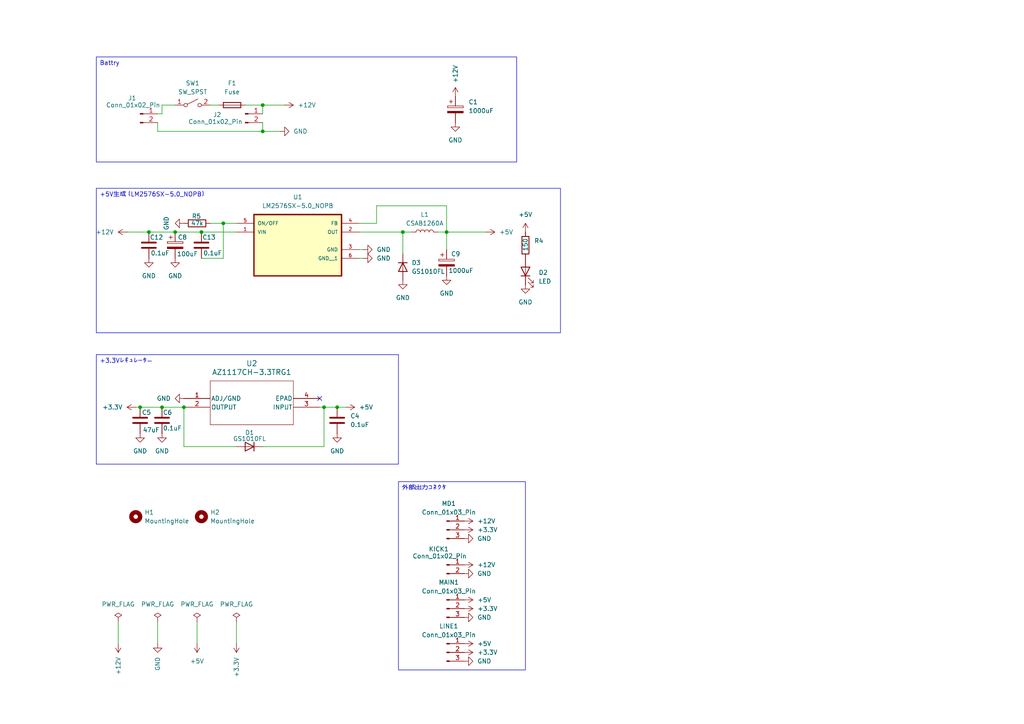
<source format=kicad_sch>
(kicad_sch (version 20250114) (generator "eeschema") (generator_version "9.0")
  (paper "A4")
  (lib_symbols
    (symbol "Connector:Conn_01x02_Pin" (pin_names (offset 1.016) (hide yes))
      (property "Reference" "J" (at 0 2.54 0))
      (property "Value" "Conn_01x02_Pin" (at 0 -5.08 0))
      (symbol "Conn_01x02_Pin_1_1"
        (rectangle (start 0.8636 0.127) (end 0 -0.127) (stroke (width 0.1524)) (fill (type outline)))
        (rectangle (start 0.8636 -2.413) (end 0 -2.667) (stroke (width 0.1524)) (fill (type outline)))
        (polyline (pts (xy 1.27 0) (xy 0.8636 0)) (stroke (width 0.1524)))
        (polyline (pts (xy 1.27 -2.54) (xy 0.8636 -2.54)) (stroke (width 0.1524)))
        (pin passive line (at 5.08 0 180) (length 3.81) (name "Pin_1") (number "1"))
        (pin passive line (at 5.08 -2.54 180) (length 3.81) (name "Pin_2") (number "2"))
      )
    )
    (symbol "Connector:Conn_01x03_Pin" (pin_names (offset 1.016) (hide yes))
      (property "Reference" "J" (at 0 5.08 0))
      (property "Value" "Conn_01x03_Pin" (at 0 -5.08 0))
      (symbol "Conn_01x03_Pin_1_1"
        (rectangle (start 0.8636 2.667) (end 0 2.413) (stroke (width 0.1524)) (fill (type outline)))
        (rectangle (start 0.8636 0.127) (end 0 -0.127) (stroke (width 0.1524)) (fill (type outline)))
        (rectangle (start 0.8636 -2.413) (end 0 -2.667) (stroke (width 0.1524)) (fill (type outline)))
        (polyline (pts (xy 1.27 2.54) (xy 0.8636 2.54)) (stroke (width 0.1524)))
        (polyline (pts (xy 1.27 0) (xy 0.8636 0)) (stroke (width 0.1524)))
        (polyline (pts (xy 1.27 -2.54) (xy 0.8636 -2.54)) (stroke (width 0.1524)))
        (pin passive line (at 5.08 2.54 180) (length 3.81) (name "Pin_1") (number "1"))
        (pin passive line (at 5.08 0 180) (length 3.81) (name "Pin_2") (number "2"))
        (pin passive line (at 5.08 -2.54 180) (length 3.81) (name "Pin_3") (number "3"))
      )
    )
    (symbol "Device:C" (pin_numbers (hide yes)) (pin_names (offset 0.254))
      (property "Reference" "C" (at 0.635 2.54 0))
      (property "Value" "C" (at 0.635 -2.54 0))
      (symbol "C_0_1"
        (polyline (pts (xy -2.032 0.762) (xy 2.032 0.762)) (stroke (width 0.508)))
        (polyline (pts (xy -2.032 -0.762) (xy 2.032 -0.762)) (stroke (width 0.508)))
      )
      (symbol "C_1_1"
        (pin passive line (at 0 3.81 270) (length 2.794) (name "~") (number "1"))
        (pin passive line (at 0 -3.81 90) (length 2.794) (name "~") (number "2"))
      )
    )
    (symbol "Device:C_Polarized" (pin_numbers (hide yes)) (pin_names (offset 0.254))
      (property "Reference" "C" (at 0.635 2.54 0))
      (property "Value" "C_Polarized" (at 0.635 -2.54 0))
      (symbol "C_Polarized_0_1"
        (rectangle (start -2.286 0.508) (end 2.286 1.016))
        (polyline (pts (xy -1.778 2.286) (xy -0.762 2.286)))
        (polyline (pts (xy -1.27 2.794) (xy -1.27 1.778)))
        (rectangle (start 2.286 -0.508) (end -2.286 -1.016) (fill (type outline)))
      )
      (symbol "C_Polarized_1_1"
        (pin passive line (at 0 3.81 270) (length 2.794) (name "~") (number "1"))
        (pin passive line (at 0 -3.81 90) (length 2.794) (name "~") (number "2"))
      )
    )
    (symbol "Device:D" (pin_numbers (hide yes)) (pin_names (offset 1.016) (hide yes))
      (property "Reference" "D" (at 0 2.54 0))
      (property "Value" "D" (at 0 -2.54 0))
      (symbol "D_0_1"
        (polyline (pts (xy -1.27 1.27) (xy -1.27 -1.27)) (stroke (width 0.254)))
        (polyline (pts (xy 1.27 1.27) (xy 1.27 -1.27) (xy -1.27 0) (xy 1.27 1.27)) (stroke (width 0.254)))
        (polyline (pts (xy 1.27 0) (xy -1.27 0)))
      )
      (symbol "D_1_1"
        (pin passive line (at -3.81 0 0) (length 2.54) (name "K") (number "1"))
        (pin passive line (at 3.81 0 180) (length 2.54) (name "A") (number "2"))
      )
    )
    (symbol "Device:Fuse" (pin_numbers (hide yes)) (pin_names (offset 0))
      (property "Reference" "F" (at 2.032 0 90))
      (property "Value" "Fuse" (at -1.905 0 90))
      (symbol "Fuse_0_1"
        (rectangle (start -0.762 -2.54) (end 0.762 2.54) (stroke (width 0.254)))
        (polyline (pts (xy 0 2.54) (xy 0 -2.54)))
      )
      (symbol "Fuse_1_1"
        (pin passive line (at 0 3.81 270) (length 1.27) (name "~") (number "1"))
        (pin passive line (at 0 -3.81 90) (length 1.27) (name "~") (number "2"))
      )
    )
    (symbol "Device:L" (pin_numbers (hide yes)) (pin_names (offset 1.016) (hide yes))
      (property "Reference" "L" (at -1.27 0 90))
      (property "Value" "L" (at 1.905 0 90))
      (symbol "L_0_1"
        (arc (start 0 2.54) (mid 0.6323 1.905) (end 0 1.27))
        (arc (start 0 1.27) (mid 0.6323 0.635) (end 0 0))
        (arc (start 0 0) (mid 0.6323 -0.635) (end 0 -1.27))
        (arc (start 0 -1.27) (mid 0.6323 -1.905) (end 0 -2.54))
      )
      (symbol "L_1_1"
        (pin passive line (at 0 3.81 270) (length 1.27) (name "1") (number "1"))
        (pin passive line (at 0 -3.81 90) (length 1.27) (name "2") (number "2"))
      )
    )
    (symbol "Device:LED" (pin_numbers (hide yes)) (pin_names (offset 1.016) (hide yes))
      (property "Reference" "D" (at 0 2.54 0))
      (property "Value" "LED" (at 0 -2.54 0))
      (symbol "LED_0_1"
        (polyline (pts (xy -3.048 -0.762) (xy -4.572 -2.286) (xy -3.81 -2.286) (xy -4.572 -2.286) (xy -4.572 -1.524)))
        (polyline (pts (xy -1.778 -0.762) (xy -3.302 -2.286) (xy -2.54 -2.286) (xy -3.302 -2.286) (xy -3.302 -1.524)))
        (polyline (pts (xy -1.27 0) (xy 1.27 0)))
        (polyline (pts (xy -1.27 -1.27) (xy -1.27 1.27)) (stroke (width 0.254)))
        (polyline (pts (xy 1.27 -1.27) (xy 1.27 1.27) (xy -1.27 0) (xy 1.27 -1.27)) (stroke (width 0.254)))
      )
      (symbol "LED_1_1"
        (pin passive line (at -3.81 0 0) (length 2.54) (name "K") (number "1"))
        (pin passive line (at 3.81 0 180) (length 2.54) (name "A") (number "2"))
      )
    )
    (symbol "Device:R" (pin_numbers (hide yes)) (pin_names (offset 0))
      (property "Reference" "R" (at 2.032 0 90))
      (property "Value" "R" (at 0 0 90))
      (symbol "R_0_1"
        (rectangle (start -1.016 -2.54) (end 1.016 2.54) (stroke (width 0.254)))
      )
      (symbol "R_1_1"
        (pin passive line (at 0 3.81 270) (length 1.27) (name "~") (number "1"))
        (pin passive line (at 0 -3.81 90) (length 1.27) (name "~") (number "2"))
      )
    )
    (symbol "Mechanical:MountingHole" (pin_names (offset 1.016)) (exclude_from_sim yes) (in_bom no)
      (property "Reference" "H" (at 0 5.08 0))
      (property "Value" "MountingHole" (at 0 3.175 0))
      (symbol "MountingHole_0_1"
        (circle (center 0 0) (radius 1.27) (stroke (width 1.27)))
      )
    )
    (symbol "Regulator:AZ1117CH-3.3TRG1" (pin_names (offset 0.254))
      (property "Reference" "U" (at 19.812 9.398 0))
      (property "Value" "AZ1117CH-3.3TRG1" (at 19.812 6.858 0))
      (symbol "AZ1117CH-3.3TRG1_0_1"
        (polyline (pts (xy 7.62 5.08) (xy 7.62 -7.62)) (stroke (width 0.127)))
        (polyline (pts (xy 7.62 -7.62) (xy 31.75 -7.62)) (stroke (width 0.127)))
        (polyline (pts (xy 31.75 5.08) (xy 7.62 5.08)) (stroke (width 0.127)))
        (polyline (pts (xy 31.75 -7.62) (xy 31.75 5.08)) (stroke (width 0.127)))
        (pin bidirectional line (at 0 0 0) (length 7.62) (name "ADJ/GND") (number "1"))
        (pin output line (at 0 -2.54 0) (length 7.62) (name "OUTPUT") (number "2"))
        (pin unspecified line (at 39.37 0 180) (length 7.62) (name "EPAD") (number "4"))
        (pin input line (at 39.37 -2.54 180) (length 7.62) (name "INPUT") (number "3"))
      )
    )
    (symbol "Regulator:LM2576SX-5.0_NOPB" (pin_names (offset 1.016))
      (property "Reference" "U" (at -12.7 8.62 0))
      (property "Value" "LM2576SX-5.0_NOPB" (at -12.7 -14.16 0))
      (symbol "LM2576SX-5.0_NOPB_0_0"
        (rectangle (start -12.7 -10.16) (end 12.7 7.62) (stroke (width 0.41)) (fill (type background)))
        (pin input line (at -17.78 5.08 0) (length 5.08) (name "ON/OFF") (number "5"))
        (pin input line (at -17.78 2.54 0) (length 5.08) (name "VIN") (number "1"))
        (pin output line (at 17.78 5.08 180) (length 5.08) (name "FB") (number "4"))
        (pin output line (at 17.78 2.54 180) (length 5.08) (name "OUT") (number "2"))
        (pin power_in line (at 17.78 -2.54 180) (length 5.08) (name "GND") (number "3"))
        (pin power_in line (at 17.78 -5.08 180) (length 5.08) (name "GND__1") (number "6"))
      )
    )
    (symbol "Switch:SW_SPST" (pin_names (offset 0) (hide yes))
      (property "Reference" "SW" (at 0 3.175 0))
      (property "Value" "SW_SPST" (at 0 -2.54 0))
      (symbol "SW_SPST_0_0"
        (circle (center -2.032 0) (radius 0.508))
        (polyline (pts (xy -1.524 0.254) (xy 1.524 1.778)))
        (circle (center 2.032 0) (radius 0.508))
      )
      (symbol "SW_SPST_1_1"
        (pin passive line (at -5.08 0 0) (length 2.54) (name "A") (number "1"))
        (pin passive line (at 5.08 0 180) (length 2.54) (name "B") (number "2"))
      )
    )
    (symbol "power:+12V" (power) (pin_numbers (hide yes)) (pin_names (offset 0) (hide yes))
      (property "Value" "+12V" (at 0 3.556 0))
      (symbol "+12V_0_1"
        (polyline (pts (xy -0.762 1.27) (xy 0 2.54)))
        (polyline (pts (xy 0 2.54) (xy 0.762 1.27)))
        (polyline (pts (xy 0 0) (xy 0 2.54)))
      )
      (symbol "+12V_1_1"
        (pin power_in line (at 0 0 90) (length 0) (name "~") (number "1"))
      )
    )
    (symbol "power:+3.3V" (power) (pin_numbers (hide yes)) (pin_names (offset 0) (hide yes))
      (property "Value" "+3.3V" (at 0 3.556 0))
      (symbol "+3.3V_0_1"
        (polyline (pts (xy -0.762 1.27) (xy 0 2.54)))
        (polyline (pts (xy 0 2.54) (xy 0.762 1.27)))
        (polyline (pts (xy 0 0) (xy 0 2.54)))
      )
      (symbol "+3.3V_1_1"
        (pin power_in line (at 0 0 90) (length 0) (name "~") (number "1"))
      )
    )
    (symbol "power:+5V" (power) (pin_numbers (hide yes)) (pin_names (offset 0) (hide yes))
      (property "Value" "+5V" (at 0 3.556 0))
      (symbol "+5V_0_1"
        (polyline (pts (xy -0.762 1.27) (xy 0 2.54)))
        (polyline (pts (xy 0 2.54) (xy 0.762 1.27)))
        (polyline (pts (xy 0 0) (xy 0 2.54)))
      )
      (symbol "+5V_1_1"
        (pin power_in line (at 0 0 90) (length 0) (name "~") (number "1"))
      )
    )
    (symbol "power:GND" (power) (pin_numbers (hide yes)) (pin_names (offset 0) (hide yes))
      (property "Value" "GND" (at 0 -3.81 0))
      (symbol "GND_0_1"
        (polyline (pts (xy 0 0) (xy 0 -1.27) (xy 1.27 -1.27) (xy 0 -2.54) (xy -1.27 -1.27) (xy 0 -1.27)))
      )
      (symbol "GND_1_1"
        (pin power_in line (at 0 0 270) (length 0) (name "~") (number "1"))
      )
    )
    (symbol "power:PWR_FLAG" (power) (pin_numbers (hide yes)) (pin_names (offset 0) (hide yes))
      (property "Value" "PWR_FLAG" (at 0 3.81 0))
      (symbol "PWR_FLAG_0_0"
        (pin power_out line (at 0 0 90) (length 0) (name "~") (number "1"))
      )
      (symbol "PWR_FLAG_0_1"
        (polyline (pts (xy 0 0) (xy 0 1.27) (xy -1.016 1.905) (xy 0 2.54) (xy 1.016 1.905) (xy 0 1.27)))
      )
    )
  )
  (text_box "外部出力コネクタ" (at 115.57 139.7 0) (size 36.83 54.61) (margins 0.9525 0.9525 0.9525 0.9525) (effects (font (size 1.27 1.27)) (justify left top)))
  (text_box "+5V生成（LM2576SX-5.0_NOPB）" (at 27.94 54.61 0) (size 134.62 41.91) (margins 0.9525 0.9525 0.9525 0.9525) (effects (font (size 1.27 1.27)) (justify left top)))
  (text_box "Battry" (at 27.94 16.51 0) (size 121.92 30.48) (margins 0.9525 0.9525 0.9525 0.9525) (effects (font (size 1.27 1.27)) (justify left top)))
  (text_box "+3.3Vレギュレータ―" (at 27.94 102.87 0) (size 87.63 31.75) (margins 0.9525 0.9525 0.9525 0.9525) (effects (font (size 1.27 1.27)) (justify left top)))
  (junction (at 53.34 118.11))
  (junction (at 43.18 67.31))
  (junction (at 50.8 67.31))
  (junction (at 97.79 118.11))
  (junction (at 93.98 118.11))
  (junction (at 76.2 38.1))
  (junction (at 40.64 118.11))
  (junction (at 46.99 118.11))
  (junction (at 116.84 67.31))
  (junction (at 58.42 67.31))
  (junction (at 76.2 30.48))
  (junction (at 64.77 64.77))
  (junction (at 129.54 67.31))
  (no_connect (at 92.71 115.57))
  (wire (pts (xy 76.2 30.48) (xy 76.2 33.02)))
  (wire (pts (xy 93.98 129.54) (xy 93.98 118.11)))
  (wire (pts (xy 46.99 30.48) (xy 50.8 30.48)))
  (wire (pts (xy 60.96 64.77) (xy 64.77 64.77)) (stroke (width 0.1524)))
  (wire (pts (xy 116.84 73.66) (xy 116.84 67.31)) (stroke (width 0.1524)))
  (wire (pts (xy 76.2 38.1) (xy 81.28 38.1)))
  (wire (pts (xy 34.29 180.34) (xy 34.29 186.69)))
  (wire (pts (xy 45.72 38.1) (xy 76.2 38.1)))
  (wire (pts (xy 53.34 129.54) (xy 68.58 129.54)))
  (wire (pts (xy 129.54 67.31) (xy 140.97 67.31)) (stroke (width 0.1524)))
  (wire (pts (xy 53.34 118.11) (xy 53.34 129.54)))
  (wire (pts (xy 45.72 35.56) (xy 45.72 38.1)))
  (wire (pts (xy 58.42 74.93) (xy 64.77 74.93)))
  (wire (pts (xy 127 67.31) (xy 129.54 67.31)) (stroke (width 0.1524)))
  (wire (pts (xy 64.77 64.77) (xy 64.77 74.93)))
  (wire (pts (xy 64.77 64.77) (xy 68.58 64.77)) (stroke (width 0.1524)))
  (wire (pts (xy 129.54 67.31) (xy 129.54 72.39)) (stroke (width 0.1524)))
  (wire (pts (xy 92.71 118.11) (xy 93.98 118.11)))
  (wire (pts (xy 71.12 30.48) (xy 76.2 30.48)))
  (wire (pts (xy 39.37 118.11) (xy 40.64 118.11)))
  (wire (pts (xy 109.22 59.69) (xy 129.54 59.69)) (stroke (width 0.1524)))
  (wire (pts (xy 109.22 64.77) (xy 109.22 59.69)) (stroke (width 0.1524)))
  (wire (pts (xy 104.14 74.93) (xy 105.41 74.93)))
  (wire (pts (xy 46.99 33.02) (xy 45.72 33.02)))
  (wire (pts (xy 57.15 180.34) (xy 57.15 186.69)))
  (wire (pts (xy 50.8 67.31) (xy 58.42 67.31)) (stroke (width 0.1524)))
  (wire (pts (xy 60.96 30.48) (xy 63.5 30.48)))
  (wire (pts (xy 104.14 64.77) (xy 109.22 64.77)) (stroke (width 0.1524)))
  (wire (pts (xy 46.99 118.11) (xy 53.34 118.11)))
  (wire (pts (xy 36.83 67.31) (xy 43.18 67.31)) (stroke (width 0.1524)))
  (wire (pts (xy 58.42 67.31) (xy 68.58 67.31)) (stroke (width 0.1524)))
  (wire (pts (xy 104.14 67.31) (xy 116.84 67.31)) (stroke (width 0.1524)))
  (wire (pts (xy 97.79 118.11) (xy 100.33 118.11)))
  (wire (pts (xy 46.99 33.02) (xy 46.99 30.48)))
  (wire (pts (xy 76.2 30.48) (xy 82.55 30.48)))
  (wire (pts (xy 43.18 67.31) (xy 50.8 67.31)) (stroke (width 0.1524)))
  (wire (pts (xy 93.98 118.11) (xy 97.79 118.11)))
  (wire (pts (xy 116.84 67.31) (xy 119.38 67.31)) (stroke (width 0.1524)))
  (wire (pts (xy 68.58 180.34) (xy 68.58 186.69)))
  (wire (pts (xy 129.54 59.69) (xy 129.54 67.31)) (stroke (width 0.1524)))
  (wire (pts (xy 45.72 180.34) (xy 45.72 186.69)))
  (wire (pts (xy 105.41 72.39) (xy 104.14 72.39)) (stroke (width 0.1524)))
  (wire (pts (xy 76.2 129.54) (xy 93.98 129.54)))
  (wire (pts (xy 40.64 118.11) (xy 46.99 118.11)))
  (wire (pts (xy 76.2 35.56) (xy 76.2 38.1)))
  (symbol (lib_id "Connector:Conn_01x02_Pin") (at 40.64 33.02 0) (unit 1)
    (property "Reference" "J1" (at 38.354 28.448 0))
    (property "Value" "Conn_01x02_Pin" (at 38.608 30.48 0))
    (property "Footprint" "Connector_AMASS:AMASS_XT30U-F_1x02_P5.0mm_Vertical" (effects (hide yes)))
    (property "Description" "Generic connector, single row, 01x02, script generated" (effects (hide yes)))
  )
  (symbol (lib_id "Device:LED") (at 152.4 78.74 90) (unit 1)
    (property "Reference" "D2" (at 156.21 79.0574 90) (effects (justify right)))
    (property "Value" "LED" (at 156.21 81.5974 90) (effects (justify right)))
    (property "Footprint" "LED_SMD:LED_0603_1608Metric" (effects (hide yes)))
    (property "Description" "Light emitting diode" (effects (hide yes)))
    (property "Sim.Pins" "1=K 2=A" (effects (hide yes)))
  )
  (symbol (lib_id "Connector:Conn_01x03_Pin") (at 129.54 153.67 0) (unit 1)
    (property "Reference" "MD1" (at 130.175 146.05 0))
    (property "Value" "Conn_01x03_Pin" (at 130.175 148.59 0))
    (property "Footprint" "Connector_JST:JST_XH_S3B-XH-A_1x03_P2.50mm_Horizontal" (effects (hide yes)))
    (property "Description" "Generic connector, single row, 01x03, script generated" (effects (hide yes)))
  )
  (symbol (lib_id "Mechanical:MountingHole") (at 58.42 149.86 0) (unit 1) (exclude_from_sim yes) (in_bom no)
    (property "Reference" "H2" (at 60.96 148.5899 0) (effects (justify left)))
    (property "Value" "MountingHole" (at 60.96 151.1299 0) (effects (justify left)))
    (property "Footprint" "MountingHole:MountingHole_3.2mm_M3" (effects (hide yes)))
    (property "Description" "Mounting Hole without connection" (effects (hide yes)))
  )
  (symbol (lib_id "power:GND") (at 43.18 74.93 0) (unit 1)
    (property "Reference" "#PWR039" (effects (hide yes)))
    (property "Value" "GND" (at 43.18 80.01 0))
    (property "Description" "Power symbol creates a global label with name \"GND\" , ground" (effects (hide yes)))
  )
  (symbol (lib_id "power:+5V") (at 100.33 118.11 270) (unit 1)
    (property "Reference" "#PWR07" (effects (hide yes)))
    (property "Value" "+5V" (at 104.14 118.1099 90) (effects (justify left)))
    (property "Description" "Power symbol creates a global label with name \"+5V\"" (effects (hide yes)))
  )
  (symbol (lib_id "power:GND") (at 134.62 191.77 90) (unit 1)
    (property "Reference" "#PWR036" (effects (hide yes)))
    (property "Value" "GND" (at 138.43 191.7699 90) (effects (justify right)))
    (property "Description" "Power symbol creates a global label with name \"GND\" , ground" (effects (hide yes)))
  )
  (symbol (lib_id "power:GND") (at 53.34 64.77 270) (unit 1)
    (property "Reference" "#PWR042" (effects (hide yes)))
    (property "Value" "GND" (at 48.26 64.77 0))
    (property "Description" "Power symbol creates a global label with name \"GND\" , ground" (effects (hide yes)))
  )
  (symbol (lib_id "power:+5V") (at 140.97 67.31 270) (unit 1)
    (property "Reference" "#PWR040" (effects (hide yes)))
    (property "Value" "+5V" (at 144.78 67.3099 90) (effects (justify left)))
    (property "Description" "Power symbol creates a global label with name \"+5V\"" (effects (hide yes)))
  )
  (symbol (lib_id "power:+5V") (at 152.4 67.31 0) (unit 1)
    (property "Reference" "#PWR034" (effects (hide yes)))
    (property "Value" "+5V" (at 152.4 62.23 0))
    (property "Description" "Power symbol creates a global label with name \"+5V\"" (effects (hide yes)))
  )
  (symbol (lib_id "Device:C_Polarized") (at 129.54 76.2 0) (unit 1)
    (property "Reference" "C9" (at 130.81 73.66 0) (effects (justify left)))
    (property "Value" "1000uF" (at 130.048 78.486 0) (effects (justify left)))
    (property "Footprint" "Capacitor DOWNROAD:CAP_J-V_10X10P5_RUB" (effects (hide yes)))
    (property "Description" "Polarized capacitor" (effects (hide yes)))
  )
  (symbol (lib_id "power:+12V") (at 34.29 186.69 180) (unit 1)
    (property "Reference" "#PWR03" (effects (hide yes)))
    (property "Value" "+12V" (at 34.2901 190.5 90) (effects (justify left)))
    (property "Description" "Power symbol creates a global label with name \"+12V\"" (effects (hide yes)))
  )
  (symbol (lib_id "power:+3.3V") (at 68.58 186.69 180) (unit 1)
    (property "Reference" "#PWR031" (effects (hide yes)))
    (property "Value" "+3.3V" (at 68.58 193.548 90))
    (property "Description" "Power symbol creates a global label with name \"+3.3V\"" (effects (hide yes)))
  )
  (symbol (lib_id "power:PWR_FLAG") (at 68.58 180.34 0) (unit 1)
    (property "Reference" "#FLG04" (effects (hide yes)))
    (property "Value" "PWR_FLAG" (at 68.58 175.26 0))
    (property "Description" "Special symbol for telling ERC where power comes from" (effects (hide yes)))
  )
  (symbol (lib_id "power:+3.3V") (at 134.62 176.53 270) (unit 1)
    (property "Reference" "#PWR049" (effects (hide yes)))
    (property "Value" "+3.3V" (at 138.43 176.5299 90) (effects (justify left)))
    (property "Description" "Power symbol creates a global label with name \"+3.3V\"" (effects (hide yes)))
  )
  (symbol (lib_id "power:+12V") (at 36.83 67.31 90) (unit 1)
    (property "Reference" "#PWR019" (effects (hide yes)))
    (property "Value" "+12V" (at 33.02 67.3099 90) (effects (justify left)))
    (property "Description" "Power symbol creates a global label with name \"+12V\"" (effects (hide yes)))
  )
  (symbol (lib_id "power:+12V") (at 132.08 27.94 0) (unit 1)
    (property "Reference" "#PWR05" (effects (hide yes)))
    (property "Value" "+12V" (at 132.0799 24.13 90) (effects (justify left)))
    (property "Description" "Power symbol creates a global label with name \"+12V\"" (effects (hide yes)))
  )
  (symbol (lib_id "power:GND") (at 132.08 35.56 0) (unit 1)
    (property "Reference" "#PWR06" (effects (hide yes)))
    (property "Value" "GND" (at 132.08 40.64 0))
    (property "Description" "Power symbol creates a global label with name \"GND\" , ground" (effects (hide yes)))
  )
  (symbol (lib_id "power:GND") (at 116.84 81.28 0) (unit 1)
    (property "Reference" "#PWR046" (effects (hide yes)))
    (property "Value" "GND" (at 116.84 86.36 0))
    (property "Description" "Power symbol creates a global label with name \"GND\" , ground" (effects (hide yes)))
  )
  (symbol (lib_id "Device:C") (at 43.18 71.12 0) (unit 1)
    (property "Reference" "C12" (at 43.434 68.834 0) (effects (justify left)))
    (property "Value" "0.1uF" (at 43.688 73.406 0) (effects (justify left)))
    (property "Footprint" "Capacitor_SMD:C_0603_1608Metric" (effects (hide yes)))
    (property "Description" "Unpolarized capacitor" (effects (hide yes)))
  )
  (symbol (lib_id "Device:R") (at 152.4 71.12 0) (unit 1)
    (property "Reference" "R4" (at 154.94 69.8499 0) (effects (justify left)))
    (property "Value" "150" (at 152.4 72.898 90) (effects (justify left)))
    (property "Footprint" "Resistor_SMD:R_0603_1608Metric" (effects (hide yes)))
    (property "Description" "Resistor" (effects (hide yes)))
  )
  (symbol (lib_id "power:+5V") (at 134.62 173.99 270) (unit 1)
    (property "Reference" "#PWR048" (effects (hide yes)))
    (property "Value" "+5V" (at 138.43 173.9899 90) (effects (justify left)))
    (property "Description" "Power symbol creates a global label with name \"+5V\"" (effects (hide yes)))
  )
  (symbol (lib_id "Device:C") (at 97.79 121.92 0) (unit 1)
    (property "Reference" "C4" (at 101.6 120.6499 0) (effects (justify left)))
    (property "Value" "0.1uF" (at 101.6 123.1899 0) (effects (justify left)))
    (property "Footprint" "Capacitor_SMD:C_0603_1608Metric" (effects (hide yes)))
    (property "Description" "Unpolarized capacitor" (effects (hide yes)))
  )
  (symbol (lib_id "power:+3.3V") (at 39.37 118.11 90) (unit 1)
    (property "Reference" "#PWR030" (effects (hide yes)))
    (property "Value" "+3.3V" (at 35.56 118.1099 90) (effects (justify left)))
    (property "Description" "Power symbol creates a global label with name \"+3.3V\"" (effects (hide yes)))
  )
  (symbol (lib_id "power:GND") (at 134.62 166.37 90) (unit 1)
    (property "Reference" "#PWR023" (effects (hide yes)))
    (property "Value" "GND" (at 138.43 166.3699 90) (effects (justify right)))
    (property "Description" "Power symbol creates a global label with name \"GND\" , ground" (effects (hide yes)))
  )
  (symbol (lib_id "Mechanical:MountingHole") (at 39.37 149.86 0) (unit 1) (exclude_from_sim yes) (in_bom no)
    (property "Reference" "H1" (at 41.91 148.5899 0) (effects (justify left)))
    (property "Value" "MountingHole" (at 41.91 151.1299 0) (effects (justify left)))
    (property "Footprint" "MountingHole:MountingHole_3.2mm_M3" (effects (hide yes)))
    (property "Description" "Mounting Hole without connection" (effects (hide yes)))
  )
  (symbol (lib_id "power:GND") (at 45.72 186.69 0) (unit 1)
    (property "Reference" "#PWR04" (effects (hide yes)))
    (property "Value" "GND" (at 45.7201 190.5 90) (effects (justify right)))
    (property "Description" "Power symbol creates a global label with name \"GND\" , ground" (effects (hide yes)))
  )
  (symbol (lib_id "power:GND") (at 97.79 125.73 0) (unit 1)
    (property "Reference" "#PWR029" (effects (hide yes)))
    (property "Value" "GND" (at 97.79 130.81 0))
    (property "Description" "Power symbol creates a global label with name \"GND\" , ground" (effects (hide yes)))
  )
  (symbol (lib_id "power:GND") (at 81.28 38.1 90) (unit 1)
    (property "Reference" "#PWR02" (effects (hide yes)))
    (property "Value" "GND" (at 85.09 38.0999 90) (effects (justify right)))
    (property "Description" "Power symbol creates a global label with name \"GND\" , ground" (effects (hide yes)))
  )
  (symbol (lib_id "Device:C_Polarized") (at 50.8 71.12 0) (unit 1)
    (property "Reference" "C8" (at 51.562 68.834 0) (effects (justify left)))
    (property "Value" "100uF" (at 51.308 73.66 0) (effects (justify left)))
    (property "Footprint" "Capacitor_THT:CP_Radial_D6.3mm_P2.50mm" (effects (hide yes)))
    (property "Description" "Polarized capacitor" (effects (hide yes)))
  )
  (symbol (lib_id "power:+12V") (at 134.62 151.13 270) (unit 1)
    (property "Reference" "#PWR021" (effects (hide yes)))
    (property "Value" "+12V" (at 138.43 151.1299 90) (effects (justify left)))
    (property "Description" "Power symbol creates a global label with name \"+12V\"" (effects (hide yes)))
  )
  (symbol (lib_id "Device:C_Polarized") (at 132.08 31.75 0) (unit 1)
    (property "Reference" "C1" (at 135.89 29.5909 0) (effects (justify left)))
    (property "Value" "1000uF" (at 135.89 32.1309 0) (effects (justify left)))
    (property "Footprint" "Capacitor DOWNROAD:CAP_J-V_10X10P5_RUB" (effects (hide yes)))
    (property "Description" "Polarized capacitor" (effects (hide yes)))
  )
  (symbol (lib_id "Connector:Conn_01x02_Pin") (at 129.54 163.83 0) (unit 1)
    (property "Reference" "KICK1" (at 127.254 159.258 0))
    (property "Value" "Conn_01x02_Pin" (at 127.508 161.29 0))
    (property "Footprint" "Connector_JST:JST_XH_S2B-XH-A_1x02_P2.50mm_Horizontal" (effects (hide yes)))
    (property "Description" "Generic connector, single row, 01x02, script generated" (effects (hide yes)))
  )
  (symbol (lib_id "Regulator:AZ1117CH-3.3TRG1") (at 53.34 115.57 0) (unit 1)
    (property "Reference" "U2" (at 73.025 105.41 0) (effects (font (size 1.524 1.524))))
    (property "Value" "AZ1117CH-3.3TRG1" (at 73.025 107.95 0) (effects (font (size 1.524 1.524))))
    (property "Footprint" "Package_TO_SOT_SMD:SOT-223" (effects (hide yes)))
    (property "Datasheet" "AZ1117CH-3.3TRG1" (effects (hide yes)))
  )
  (symbol (lib_id "power:GND") (at 134.62 179.07 90) (unit 1)
    (property "Reference" "#PWR050" (effects (hide yes)))
    (property "Value" "GND" (at 138.43 179.0699 90) (effects (justify right)))
    (property "Description" "Power symbol creates a global label with name \"GND\" , ground" (effects (hide yes)))
  )
  (symbol (lib_id "power:+5V") (at 134.62 186.69 270) (unit 1)
    (property "Reference" "#PWR037" (effects (hide yes)))
    (property "Value" "+5V" (at 138.43 186.6899 90) (effects (justify left)))
    (property "Description" "Power symbol creates a global label with name \"+5V\"" (effects (hide yes)))
  )
  (symbol (lib_id "Device:L") (at 123.19 67.31 90) (unit 1)
    (property "Reference" "L1" (at 123.19 62.23 90))
    (property "Value" "CSAB1260A" (at 123.19 64.77 90))
    (property "Footprint" "Inductor_SMD:L_Changjiang_FXL1360" (effects (hide yes)))
    (property "Description" "Inductor" (effects (hide yes)))
  )
  (symbol (lib_id "Device:C") (at 40.64 121.92 0) (unit 1)
    (property "Reference" "C5" (at 41.148 119.634 0) (effects (justify left)))
    (property "Value" "47uF" (at 41.402 124.714 0) (effects (justify left)))
    (property "Footprint" "Capacitor_SMD:C_0805_2012Metric" (effects (hide yes)))
    (property "Description" "Unpolarized capacitor" (effects (hide yes)))
  )
  (symbol (lib_id "power:PWR_FLAG") (at 57.15 180.34 0) (unit 1)
    (property "Reference" "#FLG03" (effects (hide yes)))
    (property "Value" "PWR_FLAG" (at 57.15 175.26 0))
    (property "Description" "Special symbol for telling ERC where power comes from" (effects (hide yes)))
  )
  (symbol (lib_id "power:PWR_FLAG") (at 34.29 180.34 0) (unit 1)
    (property "Reference" "#FLG01" (effects (hide yes)))
    (property "Value" "PWR_FLAG" (at 34.29 175.26 0))
    (property "Description" "Special symbol for telling ERC where power comes from" (effects (hide yes)))
  )
  (symbol (lib_id "power:PWR_FLAG") (at 45.72 180.34 0) (unit 1)
    (property "Reference" "#FLG02" (effects (hide yes)))
    (property "Value" "PWR_FLAG" (at 45.72 175.26 0))
    (property "Description" "Special symbol for telling ERC where power comes from" (effects (hide yes)))
  )
  (symbol (lib_id "power:+5V") (at 57.15 186.69 180) (unit 1)
    (property "Reference" "#PWR016" (effects (hide yes)))
    (property "Value" "+5V" (at 57.15 191.77 0))
    (property "Description" "Power symbol creates a global label with name \"+5V\"" (effects (hide yes)))
  )
  (symbol (lib_id "Regulator:LM2576SX-5.0_NOPB") (at 86.36 69.85 0) (unit 1)
    (property "Reference" "U1" (at 86.36 57.15 0))
    (property "Value" "LM2576SX-5.0_NOPB" (at 86.36 59.69 0))
    (property "Footprint" "Regulator:LM2576SX-5.0_NOPB" (effects (hide yes)))
  )
  (symbol (lib_id "Device:R") (at 57.15 64.77 270) (unit 1)
    (property "Reference" "R5" (at 55.626 62.738 90) (effects (justify left)))
    (property "Value" "47k" (at 55.372 64.77 90) (effects (justify left)))
    (property "Footprint" "Resistor_SMD:R_0603_1608Metric" (effects (hide yes)))
    (property "Description" "Resistor" (effects (hide yes)))
  )
  (symbol (lib_id "power:GND") (at 152.4 82.55 0) (unit 1)
    (property "Reference" "#PWR035" (effects (hide yes)))
    (property "Value" "GND" (at 152.4 87.63 0))
    (property "Description" "Power symbol creates a global label with name \"GND\" , ground" (effects (hide yes)))
  )
  (symbol (lib_id "Device:D") (at 116.84 77.47 270) (unit 1)
    (property "Reference" "D3" (at 119.38 76.1999 90) (effects (justify left)))
    (property "Value" "GS1010FL" (at 119.38 78.7399 90) (effects (justify left)))
    (property "Footprint" "Diode_SMD:Nexperia_CFP3_SOD-123W" (effects (hide yes)))
    (property "Description" "Diode" (effects (hide yes)))
    (property "Sim.Device" "D" (effects (hide yes)))
    (property "Sim.Pins" "1=K 2=A" (effects (hide yes)))
  )
  (symbol (lib_id "power:+3.3V") (at 134.62 189.23 270) (unit 1)
    (property "Reference" "#PWR047" (effects (hide yes)))
    (property "Value" "+3.3V" (at 138.43 189.2299 90) (effects (justify left)))
    (property "Description" "Power symbol creates a global label with name \"+3.3V\"" (effects (hide yes)))
  )
  (symbol (lib_id "power:GND") (at 53.34 115.57 270) (unit 1)
    (property "Reference" "#PWR026" (effects (hide yes)))
    (property "Value" "GND" (at 49.53 115.5699 90) (effects (justify right)))
    (property "Description" "Power symbol creates a global label with name \"GND\" , ground" (effects (hide yes)))
  )
  (symbol (lib_id "power:GND") (at 50.8 74.93 0) (unit 1)
    (property "Reference" "#PWR041" (effects (hide yes)))
    (property "Value" "GND" (at 50.8 80.01 0))
    (property "Description" "Power symbol creates a global label with name \"GND\" , ground" (effects (hide yes)))
  )
  (symbol (lib_id "power:+12V") (at 82.55 30.48 270) (unit 1)
    (property "Reference" "#PWR01" (effects (hide yes)))
    (property "Value" "+12V" (at 86.36 30.4799 90) (effects (justify left)))
    (property "Description" "Power symbol creates a global label with name \"+12V\"" (effects (hide yes)))
  )
  (symbol (lib_id "power:GND") (at 46.99 125.73 0) (unit 1)
    (property "Reference" "#PWR033" (effects (hide yes)))
    (property "Value" "GND" (at 46.99 130.81 0))
    (property "Description" "Power symbol creates a global label with name \"GND\" , ground" (effects (hide yes)))
  )
  (symbol (lib_id "Connector:Conn_01x02_Pin") (at 71.12 33.02 0) (unit 1)
    (property "Reference" "J2" (at 62.992 33.274 0))
    (property "Value" "Conn_01x02_Pin" (at 62.484 35.306 0))
    (property "Footprint" "Connector_PinSocket_2.54mm:PinSocket_1x02_P2.54mm_Vertical" (effects (hide yes)))
    (property "Description" "Generic connector, single row, 01x02, script generated" (effects (hide yes)))
  )
  (symbol (lib_id "power:+12V") (at 134.62 163.83 270) (unit 1)
    (property "Reference" "#PWR022" (effects (hide yes)))
    (property "Value" "+12V" (at 138.43 163.8299 90) (effects (justify left)))
    (property "Description" "Power symbol creates a global label with name \"+12V\"" (effects (hide yes)))
  )
  (symbol (lib_id "power:GND") (at 40.64 125.73 0) (unit 1)
    (property "Reference" "#PWR032" (effects (hide yes)))
    (property "Value" "GND" (at 40.64 130.81 0))
    (property "Description" "Power symbol creates a global label with name \"GND\" , ground" (effects (hide yes)))
  )
  (symbol (lib_id "power:GND") (at 105.41 72.39 90) (unit 1)
    (property "Reference" "#PWR044" (effects (hide yes)))
    (property "Value" "GND" (at 109.22 72.3899 90) (effects (justify right)))
    (property "Description" "Power symbol creates a global label with name \"GND\" , ground" (effects (hide yes)))
  )
  (symbol (lib_id "Connector:Conn_01x03_Pin") (at 129.54 189.23 0) (unit 1)
    (property "Reference" "LINE1" (at 130.175 181.61 0))
    (property "Value" "Conn_01x03_Pin" (at 130.175 184.15 0))
    (property "Footprint" "Connector_JST:JST_XH_S3B-XH-A_1x03_P2.50mm_Horizontal" (effects (hide yes)))
    (property "Description" "Generic connector, single row, 01x03, script generated" (effects (hide yes)))
  )
  (symbol (lib_id "Device:C") (at 58.42 71.12 0) (unit 1)
    (property "Reference" "C13" (at 58.674 68.834 0) (effects (justify left)))
    (property "Value" "0.1uF" (at 58.928 73.406 0) (effects (justify left)))
    (property "Footprint" "Capacitor_SMD:C_0603_1608Metric" (effects (hide yes)))
    (property "Description" "Unpolarized capacitor" (effects (hide yes)))
  )
  (symbol (lib_id "Device:C") (at 46.99 121.92 0) (unit 1)
    (property "Reference" "C6" (at 47.244 119.634 0) (effects (justify left)))
    (property "Value" "0.1uF" (at 47.244 124.206 0) (effects (justify left)))
    (property "Footprint" "Capacitor_SMD:C_0603_1608Metric" (effects (hide yes)))
    (property "Description" "Unpolarized capacitor" (effects (hide yes)))
  )
  (symbol (lib_id "Connector:Conn_01x03_Pin") (at 129.54 176.53 0) (unit 1)
    (property "Reference" "MAIN1" (at 130.175 168.91 0))
    (property "Value" "Conn_01x03_Pin" (at 130.175 171.45 0))
    (property "Footprint" "Connector_JST:JST_XH_S3B-XH-A_1x03_P2.50mm_Horizontal" (effects (hide yes)))
    (property "Description" "Generic connector, single row, 01x03, script generated" (effects (hide yes)))
  )
  (symbol (lib_id "Device:Fuse") (at 67.31 30.48 90) (unit 1)
    (property "Reference" "F1" (at 67.31 24.13 90))
    (property "Value" "Fuse" (at 67.31 26.67 90))
    (property "Footprint" "Fuse:Fuseholder_Clip-5x20mm_Keystone_3517_Inline_P23.11x6.76mm_D1.70mm_Horizontal" (effects (hide yes)))
    (property "Description" "Fuse" (effects (hide yes)))
  )
  (symbol (lib_id "power:GND") (at 105.41 74.93 90) (unit 1)
    (property "Reference" "#PWR043" (effects (hide yes)))
    (property "Value" "GND" (at 109.22 74.9299 90) (effects (justify right)))
    (property "Description" "Power symbol creates a global label with name \"GND\" , ground" (effects (hide yes)))
  )
  (symbol (lib_id "Switch:SW_SPST") (at 55.88 30.48 0) (unit 1)
    (property "Reference" "SW1" (at 55.88 24.13 0))
    (property "Value" "SW_SPST" (at 55.88 26.67 0))
    (property "Footprint" "SW:DS-850K-S-ON" (effects (hide yes)))
    (property "Description" "Single Pole Single Throw (SPST) switch" (effects (hide yes)))
  )
  (symbol (lib_id "power:GND") (at 129.54 80.01 0) (unit 1)
    (property "Reference" "#PWR045" (effects (hide yes)))
    (property "Value" "GND" (at 129.54 85.09 0))
    (property "Description" "Power symbol creates a global label with name \"GND\" , ground" (effects (hide yes)))
  )
  (symbol (lib_id "power:+3.3V") (at 134.62 153.67 270) (unit 1)
    (property "Reference" "#PWR038" (effects (hide yes)))
    (property "Value" "+3.3V" (at 138.43 153.6699 90) (effects (justify left)))
    (property "Description" "Power symbol creates a global label with name \"+3.3V\"" (effects (hide yes)))
  )
  (symbol (lib_id "power:GND") (at 134.62 156.21 90) (unit 1)
    (property "Reference" "#PWR020" (effects (hide yes)))
    (property "Value" "GND" (at 138.43 156.2099 90) (effects (justify right)))
    (property "Description" "Power symbol creates a global label with name \"GND\" , ground" (effects (hide yes)))
  )
  (symbol (lib_id "Device:D") (at 72.39 129.54 180) (unit 1)
    (property "Reference" "D1" (at 72.39 125.476 0))
    (property "Value" "GS1010FL" (at 72.39 127.254 0))
    (property "Footprint" "Diode_SMD:Nexperia_CFP3_SOD-123W" (effects (hide yes)))
    (property "Description" "Diode" (effects (hide yes)))
    (property "Sim.Device" "D" (effects (hide yes)))
    (property "Sim.Pins" "1=K 2=A" (effects (hide yes)))
  )
)
</source>
